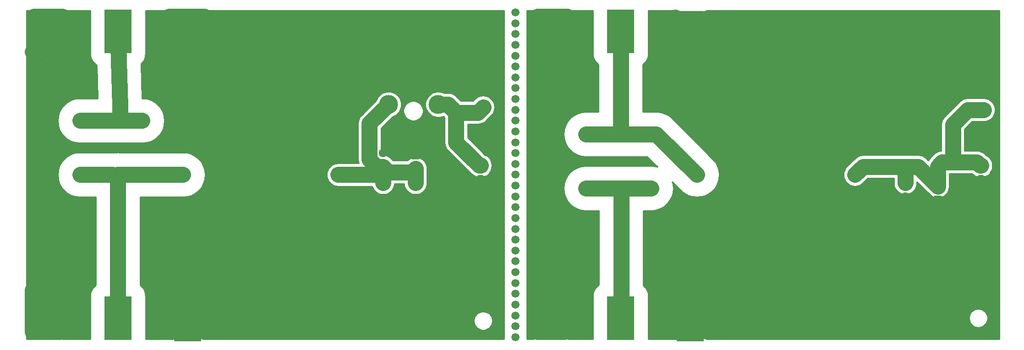
<source format=gbr>
%TF.GenerationSoftware,KiCad,Pcbnew,5.1.8-db9833491~88~ubuntu20.04.1*%
%TF.CreationDate,2020-12-20T11:56:29+01:00*%
%TF.ProjectId,10A-Bias-T,3130412d-4269-4617-932d-542e6b696361,rev?*%
%TF.SameCoordinates,Original*%
%TF.FileFunction,Copper,L1,Top*%
%TF.FilePolarity,Positive*%
%FSLAX46Y46*%
G04 Gerber Fmt 4.6, Leading zero omitted, Abs format (unit mm)*
G04 Created by KiCad (PCBNEW 5.1.8-db9833491~88~ubuntu20.04.1) date 2020-12-20 11:56:29*
%MOMM*%
%LPD*%
G01*
G04 APERTURE LIST*
%TA.AperFunction,SMDPad,CuDef*%
%ADD10C,0.100000*%
%TD*%
%TA.AperFunction,ComponentPad*%
%ADD11C,1.500000*%
%TD*%
%TA.AperFunction,ComponentPad*%
%ADD12C,1.600000*%
%TD*%
%TA.AperFunction,ComponentPad*%
%ADD13R,2.000000X2.000000*%
%TD*%
%TA.AperFunction,ComponentPad*%
%ADD14O,2.000000X2.000000*%
%TD*%
%TA.AperFunction,ComponentPad*%
%ADD15C,3.500000*%
%TD*%
%TA.AperFunction,ComponentPad*%
%ADD16C,2.100000*%
%TD*%
%TA.AperFunction,ComponentPad*%
%ADD17R,2.100000X2.100000*%
%TD*%
%TA.AperFunction,ComponentPad*%
%ADD18C,2.800000*%
%TD*%
%TA.AperFunction,ComponentPad*%
%ADD19R,1.350000X1.350000*%
%TD*%
%TA.AperFunction,ComponentPad*%
%ADD20O,1.350000X1.350000*%
%TD*%
%TA.AperFunction,ComponentPad*%
%ADD21C,2.000000*%
%TD*%
%TA.AperFunction,ViaPad*%
%ADD22C,0.800000*%
%TD*%
%TA.AperFunction,Conductor*%
%ADD23C,3.000000*%
%TD*%
%TA.AperFunction,Conductor*%
%ADD24C,0.254000*%
%TD*%
%TA.AperFunction,Conductor*%
%ADD25C,0.100000*%
%TD*%
G04 APERTURE END LIST*
%TA.AperFunction,SMDPad,CuDef*%
D10*
%TO.P,J3,1*%
%TO.N,/RF+DC*%
G36*
X34000000Y-96550000D02*
G01*
X29000000Y-96550000D01*
X29000000Y-88450000D01*
X34000000Y-88450000D01*
X34000000Y-96550000D01*
G37*
%TD.AperFunction*%
%TA.AperFunction,SMDPad,CuDef*%
%TO.P,J3,2*%
%TO.N,Earth*%
G36*
X21100000Y-96550000D02*
G01*
X16100000Y-96550000D01*
X16100000Y-88450000D01*
X21100000Y-88450000D01*
X21100000Y-96550000D01*
G37*
%TD.AperFunction*%
%TA.AperFunction,SMDPad,CuDef*%
%TO.P,J3,3*%
G36*
X46900000Y-96800000D02*
G01*
X41900000Y-96800000D01*
X41900000Y-88700000D01*
X46900000Y-88700000D01*
X46900000Y-96800000D01*
G37*
%TD.AperFunction*%
%TD*%
D11*
%TO.P,REF\u002A\u002A,1*%
%TO.N,N/C*%
X105000000Y-94000000D03*
%TD*%
%TO.P,REF\u002A\u002A,1*%
%TO.N,N/C*%
X105000000Y-96000000D03*
%TD*%
%TO.P,REF\u002A\u002A,1*%
%TO.N,N/C*%
X105000000Y-92000000D03*
%TD*%
%TO.P,REF\u002A\u002A,1*%
%TO.N,N/C*%
X105000000Y-82000000D03*
%TD*%
%TO.P,REF\u002A\u002A,1*%
%TO.N,N/C*%
X105000000Y-86000000D03*
%TD*%
%TO.P,REF\u002A\u002A,1*%
%TO.N,N/C*%
X105000000Y-88000000D03*
%TD*%
%TO.P,REF\u002A\u002A,1*%
%TO.N,N/C*%
X105000000Y-84000000D03*
%TD*%
%TO.P,REF\u002A\u002A,1*%
%TO.N,N/C*%
X105000000Y-78000000D03*
%TD*%
%TO.P,REF\u002A\u002A,1*%
%TO.N,N/C*%
X105000000Y-90000000D03*
%TD*%
%TO.P,REF\u002A\u002A,1*%
%TO.N,N/C*%
X105000000Y-80000000D03*
%TD*%
%TO.P,REF\u002A\u002A,1*%
%TO.N,N/C*%
X105000000Y-76000000D03*
%TD*%
%TO.P,REF\u002A\u002A,1*%
%TO.N,N/C*%
X105000000Y-74000000D03*
%TD*%
%TO.P,REF\u002A\u002A,1*%
%TO.N,N/C*%
X105000000Y-66000000D03*
%TD*%
%TO.P,REF\u002A\u002A,1*%
%TO.N,N/C*%
X105000000Y-68000000D03*
%TD*%
%TO.P,REF\u002A\u002A,1*%
%TO.N,N/C*%
X105000000Y-70000000D03*
%TD*%
%TO.P,REF\u002A\u002A,1*%
%TO.N,N/C*%
X105000000Y-62000000D03*
%TD*%
%TO.P,REF\u002A\u002A,1*%
%TO.N,N/C*%
X105000000Y-72000000D03*
%TD*%
%TO.P,REF\u002A\u002A,1*%
%TO.N,N/C*%
X105000000Y-58000000D03*
%TD*%
%TO.P,REF\u002A\u002A,1*%
%TO.N,N/C*%
X105000000Y-56000000D03*
%TD*%
%TO.P,REF\u002A\u002A,1*%
%TO.N,N/C*%
X105000000Y-64000000D03*
%TD*%
%TO.P,REF\u002A\u002A,1*%
%TO.N,N/C*%
X105000000Y-60000000D03*
%TD*%
%TO.P,REF\u002A\u002A,1*%
%TO.N,N/C*%
X105000000Y-54000000D03*
%TD*%
%TO.P,REF\u002A\u002A,1*%
%TO.N,N/C*%
X105000000Y-52000000D03*
%TD*%
%TO.P,REF\u002A\u002A,1*%
%TO.N,N/C*%
X105000000Y-50000000D03*
%TD*%
%TO.P,REF\u002A\u002A,1*%
%TO.N,N/C*%
X105000000Y-48000000D03*
%TD*%
%TO.P,REF\u002A\u002A,1*%
%TO.N,N/C*%
X105000000Y-46000000D03*
%TD*%
%TO.P,REF\u002A\u002A,1*%
%TO.N,N/C*%
X105000000Y-44000000D03*
%TD*%
%TO.P,REF\u002A\u002A,1*%
%TO.N,N/C*%
X105000000Y-42000000D03*
%TD*%
%TO.P,REF\u002A\u002A,1*%
%TO.N,N/C*%
X105000000Y-40000000D03*
%TD*%
%TO.P,REF\u002A\u002A,1*%
%TO.N,N/C*%
X105000000Y-38000000D03*
%TD*%
%TO.P,REF\u002A\u002A,1*%
%TO.N,N/C*%
X105000000Y-36000000D03*
%TD*%
D12*
%TO.P,C4,2*%
%TO.N,Earth*%
X80500000Y-72500000D03*
%TO.P,C4,1*%
%TO.N,/DC+*%
X80500000Y-67500000D03*
%TD*%
%TO.P,C5,1*%
%TO.N,/DC+*%
X80500000Y-64500000D03*
%TO.P,C5,2*%
%TO.N,Earth*%
X80500000Y-62000000D03*
%TD*%
%TO.P,C6,1*%
%TO.N,/DC+*%
X86500000Y-67500000D03*
%TO.P,C6,2*%
%TO.N,Earth*%
X86500000Y-72500000D03*
%TD*%
%TO.P,C10,1*%
%TO.N,/DC+2*%
X177000000Y-64500000D03*
%TO.P,C10,2*%
%TO.N,GND*%
X177000000Y-59500000D03*
%TD*%
%TO.P,C11,1*%
%TO.N,/DC+2*%
X177000000Y-67500000D03*
%TO.P,C11,2*%
%TO.N,GND*%
X177000000Y-70000000D03*
%TD*%
%TO.P,C12,2*%
%TO.N,GND*%
X183000000Y-59500000D03*
%TO.P,C12,1*%
%TO.N,/DC+2*%
X183000000Y-64500000D03*
%TD*%
D13*
%TO.P,D1,1*%
%TO.N,Net-(D1-Pad1)*%
X99000000Y-53500000D03*
D14*
%TO.P,D1,2*%
%TO.N,Earth*%
X99000000Y-58580000D03*
%TD*%
%TO.P,D2,2*%
%TO.N,GND*%
X191500000Y-59080000D03*
D13*
%TO.P,D2,1*%
%TO.N,/DC+2*%
X191500000Y-54000000D03*
%TD*%
D15*
%TO.P,F1,1*%
%TO.N,/DC+*%
X81500000Y-53000000D03*
%TO.P,F1,2*%
%TO.N,Net-(D1-Pad1)*%
X90700000Y-53000000D03*
%TD*%
%TA.AperFunction,SMDPad,CuDef*%
D10*
%TO.P,J1,3*%
%TO.N,Earth*%
G36*
X46900000Y-43800000D02*
G01*
X41900000Y-43800000D01*
X41900000Y-35700000D01*
X46900000Y-35700000D01*
X46900000Y-43800000D01*
G37*
%TD.AperFunction*%
%TA.AperFunction,SMDPad,CuDef*%
%TO.P,J1,2*%
G36*
X21100000Y-43550000D02*
G01*
X16100000Y-43550000D01*
X16100000Y-35450000D01*
X21100000Y-35450000D01*
X21100000Y-43550000D01*
G37*
%TD.AperFunction*%
%TA.AperFunction,SMDPad,CuDef*%
%TO.P,J1,1*%
%TO.N,/RF*%
G36*
X34000000Y-43550000D02*
G01*
X29000000Y-43550000D01*
X29000000Y-35450000D01*
X34000000Y-35450000D01*
X34000000Y-43550000D01*
G37*
%TD.AperFunction*%
%TD*%
D16*
%TO.P,J2,2*%
%TO.N,Earth*%
X98500000Y-67040000D03*
D17*
%TO.P,J2,1*%
%TO.N,Net-(D1-Pad1)*%
X98500000Y-64500000D03*
%TD*%
%TA.AperFunction,SMDPad,CuDef*%
D10*
%TO.P,J4,3*%
%TO.N,GND*%
G36*
X139800000Y-43800000D02*
G01*
X134800000Y-43800000D01*
X134800000Y-35700000D01*
X139800000Y-35700000D01*
X139800000Y-43800000D01*
G37*
%TD.AperFunction*%
%TA.AperFunction,SMDPad,CuDef*%
%TO.P,J4,2*%
G36*
X114000000Y-43550000D02*
G01*
X109000000Y-43550000D01*
X109000000Y-35450000D01*
X114000000Y-35450000D01*
X114000000Y-43550000D01*
G37*
%TD.AperFunction*%
%TA.AperFunction,SMDPad,CuDef*%
%TO.P,J4,1*%
%TO.N,/RF+DC2*%
G36*
X126900000Y-43550000D02*
G01*
X121900000Y-43550000D01*
X121900000Y-35450000D01*
X126900000Y-35450000D01*
X126900000Y-43550000D01*
G37*
%TD.AperFunction*%
%TD*%
D17*
%TO.P,J5,1*%
%TO.N,/DC+2*%
X191000000Y-64500000D03*
D16*
%TO.P,J5,2*%
%TO.N,GND*%
X191000000Y-67040000D03*
%TD*%
%TA.AperFunction,SMDPad,CuDef*%
D10*
%TO.P,J6,1*%
%TO.N,/RF2*%
G36*
X126900000Y-96550000D02*
G01*
X121900000Y-96550000D01*
X121900000Y-88450000D01*
X126900000Y-88450000D01*
X126900000Y-96550000D01*
G37*
%TD.AperFunction*%
%TA.AperFunction,SMDPad,CuDef*%
%TO.P,J6,2*%
%TO.N,GND*%
G36*
X114000000Y-96550000D02*
G01*
X109000000Y-96550000D01*
X109000000Y-88450000D01*
X114000000Y-88450000D01*
X114000000Y-96550000D01*
G37*
%TD.AperFunction*%
%TA.AperFunction,SMDPad,CuDef*%
%TO.P,J6,3*%
G36*
X139800000Y-96800000D02*
G01*
X134800000Y-96800000D01*
X134800000Y-88700000D01*
X139800000Y-88700000D01*
X139800000Y-96800000D01*
G37*
%TD.AperFunction*%
%TD*%
D18*
%TO.P,L1,1*%
%TO.N,/RF+DC*%
X43500000Y-66000000D03*
%TO.P,L1,2*%
%TO.N,/DC+*%
X72710000Y-66000000D03*
%TD*%
%TO.P,L2,2*%
%TO.N,/DC+2*%
X167710000Y-66000000D03*
%TO.P,L2,1*%
%TO.N,/RF+DC2*%
X138500000Y-66000000D03*
%TD*%
D19*
%TO.P,LA1,1*%
%TO.N,Earth*%
X86500000Y-62500000D03*
D20*
%TO.P,LA1,2*%
%TO.N,/DC+*%
X86500000Y-64500000D03*
%TD*%
%TO.P,LA2,2*%
%TO.N,/DC+2*%
X183000000Y-68500000D03*
D19*
%TO.P,LA2,1*%
%TO.N,GND*%
X183000000Y-70500000D03*
%TD*%
D21*
%TO.P,C1,1*%
%TO.N,/RF+DC*%
X24500000Y-66000000D03*
%TO.P,C1,2*%
%TO.N,/RF*%
X24500000Y-56000000D03*
%TD*%
%TO.P,C2,1*%
%TO.N,/RF+DC*%
X30500000Y-66000000D03*
%TO.P,C2,2*%
%TO.N,/RF*%
X30500000Y-56000000D03*
%TD*%
%TO.P,C3,2*%
%TO.N,/RF*%
X36000000Y-56000000D03*
%TO.P,C3,1*%
%TO.N,/RF+DC*%
X36000000Y-66000000D03*
%TD*%
%TO.P,C7,1*%
%TO.N,/RF2*%
X124500000Y-68500000D03*
%TO.P,C7,2*%
%TO.N,/RF+DC2*%
X124500000Y-58500000D03*
%TD*%
%TO.P,C8,2*%
%TO.N,/RF+DC2*%
X118000000Y-58500000D03*
%TO.P,C8,1*%
%TO.N,/RF2*%
X118000000Y-68500000D03*
%TD*%
%TO.P,C9,2*%
%TO.N,/RF+DC2*%
X130000000Y-58500000D03*
%TO.P,C9,1*%
%TO.N,/RF2*%
X130000000Y-68500000D03*
%TD*%
D22*
%TO.N,GND*%
X110500000Y-66000000D03*
X110500000Y-64500000D03*
X110500000Y-67500000D03*
X110500000Y-69000000D03*
X110500000Y-63000000D03*
X111500000Y-48500000D03*
X111500000Y-50000000D03*
X111500000Y-47000000D03*
X111500000Y-45500000D03*
X111500000Y-51500000D03*
X111500000Y-83500000D03*
X111500000Y-85000000D03*
X111500000Y-82000000D03*
X111500000Y-80500000D03*
X111500000Y-86500000D03*
%TO.N,Earth*%
X16500000Y-66000000D03*
X16500000Y-64500000D03*
X16500000Y-67500000D03*
X16500000Y-69000000D03*
X16500000Y-63000000D03*
X18500000Y-45500000D03*
X18500000Y-47000000D03*
X18500000Y-50000000D03*
X18500000Y-51500000D03*
X18500000Y-48500000D03*
X19000000Y-80580000D03*
X19000000Y-82080000D03*
X19000000Y-85080000D03*
X19000000Y-86580000D03*
X19000000Y-83580000D03*
%TD*%
D23*
%TO.N,GND*%
X109000000Y-90000000D02*
X109000000Y-88000000D01*
X109000000Y-88000000D02*
X114000000Y-88000000D01*
X114000000Y-88000000D02*
X114000000Y-94500000D01*
X111500000Y-92500000D02*
X114000000Y-95000000D01*
X111500000Y-92500000D02*
X109000000Y-90000000D01*
X111500000Y-92500000D02*
X109000000Y-95000000D01*
X108500000Y-92500000D02*
X111500000Y-92500000D01*
X109000000Y-42000000D02*
X111500000Y-39500000D01*
X114500000Y-36725010D02*
X109000000Y-36725010D01*
X114500000Y-43500000D02*
X114500000Y-36725010D01*
X109500000Y-43500000D02*
X114500000Y-43500000D01*
X111500000Y-41500000D02*
X109500000Y-43500000D01*
X109000000Y-36725010D02*
X109000000Y-42000000D01*
X111500000Y-39500000D02*
X111500000Y-41500000D01*
X137300000Y-39750000D02*
X134500000Y-36950000D01*
X134500000Y-36950000D02*
X134500000Y-44000000D01*
X134500000Y-44000000D02*
X139500000Y-44000000D01*
X139500000Y-44000000D02*
X140500000Y-43000000D01*
X140500000Y-43000000D02*
X140500000Y-37000000D01*
X137300000Y-93800000D02*
X138774990Y-95274990D01*
X137300000Y-92750000D02*
X137300000Y-93800000D01*
X138774990Y-95274990D02*
X138774990Y-89725010D01*
X138774990Y-89725010D02*
X140000000Y-88500000D01*
X140000000Y-88500000D02*
X134500000Y-88500000D01*
X134500000Y-88500000D02*
X134500000Y-95000000D01*
X137300000Y-92750000D02*
X138250000Y-92750000D01*
X138250000Y-92750000D02*
X140500000Y-90500000D01*
X140500000Y-90500000D02*
X140500000Y-95000000D01*
%TO.N,Net-(D1-Pad1)*%
X98000000Y-54500000D02*
X99000000Y-53500000D01*
X98289999Y-64289999D02*
X98500000Y-64289999D01*
X94000000Y-60000000D02*
X98289999Y-64289999D01*
X94000000Y-54500000D02*
X94000000Y-60000000D01*
X94000000Y-54500000D02*
X98000000Y-54500000D01*
X92500000Y-53000000D02*
X94000000Y-54500000D01*
X90700000Y-53000000D02*
X92500000Y-53000000D01*
%TO.N,Earth*%
X39750000Y-92750000D02*
X44400000Y-92750000D01*
X50750000Y-92750000D02*
X44400000Y-92750000D01*
X18600000Y-80980000D02*
X19000000Y-80580000D01*
X18600000Y-92500000D02*
X18600000Y-80980000D01*
X19000000Y-80580000D02*
X19000000Y-86000000D01*
X44400000Y-87600000D02*
X43400000Y-87600000D01*
X44400000Y-86100000D02*
X44400000Y-87600000D01*
X44400000Y-87600000D02*
X44400000Y-92750000D01*
X43400000Y-87600000D02*
X41500000Y-89500000D01*
X41500000Y-89500000D02*
X41500000Y-95000000D01*
X41500000Y-95000000D02*
X41500000Y-93500000D01*
X41500000Y-93500000D02*
X46500000Y-88500000D01*
X46500000Y-88500000D02*
X47500000Y-89500000D01*
X47500000Y-89500000D02*
X47500000Y-95000000D01*
X47500000Y-95000000D02*
X47500000Y-86000000D01*
X49000010Y-84499990D02*
X49000010Y-46000010D01*
X47500000Y-86000000D02*
X49000010Y-84499990D01*
X49000010Y-46000010D02*
X47000000Y-44000000D01*
X47000000Y-44000000D02*
X47500000Y-43500000D01*
X47500000Y-43500000D02*
X47500000Y-36725010D01*
X47500000Y-36725010D02*
X41000000Y-36725010D01*
X44400000Y-39750000D02*
X42750000Y-39750000D01*
X42750000Y-39750000D02*
X41500000Y-38500000D01*
X41500000Y-38500000D02*
X42000000Y-39000000D01*
X42000000Y-39000000D02*
X42000000Y-43500000D01*
X42000000Y-43500000D02*
X44500000Y-43500000D01*
X18600000Y-39500000D02*
X18600000Y-50600000D01*
X18600000Y-41600000D02*
X20500000Y-43500000D01*
X18600000Y-39500000D02*
X18600000Y-41600000D01*
X20500000Y-43500000D02*
X20500000Y-38000000D01*
X20500000Y-38000000D02*
X21500000Y-37000000D01*
X21500000Y-37000000D02*
X21225010Y-36725010D01*
X21225010Y-36725010D02*
X16000000Y-36725010D01*
X16000000Y-36725010D02*
X16000000Y-43000000D01*
X15725010Y-43274990D02*
X16000000Y-43000000D01*
X19500000Y-86500000D02*
X16500000Y-86500000D01*
X19000000Y-86000000D02*
X19500000Y-86500000D01*
X16500000Y-86500000D02*
X15725010Y-87274990D01*
X15725010Y-87274990D02*
X15725010Y-95000000D01*
X18500000Y-95000000D02*
X21500000Y-92000000D01*
X15725010Y-95000000D02*
X18500000Y-95000000D01*
X21500000Y-92000000D02*
X21500000Y-95000000D01*
X23325010Y-89244057D02*
X22255943Y-88174990D01*
X22255943Y-88174990D02*
X20744057Y-88174990D01*
X23325010Y-90930933D02*
X23325010Y-89244057D01*
X22255943Y-92000000D02*
X23325010Y-90930933D01*
X21500000Y-92000000D02*
X22255943Y-92000000D01*
X21100000Y-90000000D02*
X18600000Y-92500000D01*
%TO.N,/RF*%
X30500000Y-56000000D02*
X24500000Y-56000000D01*
X32000000Y-56000000D02*
X31500000Y-39500000D01*
X36000000Y-56000000D02*
X30500000Y-56000000D01*
%TO.N,/RF+DC*%
X31500000Y-66000000D02*
X31500000Y-92500000D01*
X43500000Y-66000000D02*
X31500000Y-66000000D01*
X24500000Y-66000000D02*
X30500000Y-66000000D01*
%TO.N,/DC+*%
X79000000Y-66000000D02*
X80500000Y-64500000D01*
X72210000Y-66000000D02*
X79000000Y-66000000D01*
X80500000Y-64500000D02*
X80500000Y-67500000D01*
X80500000Y-64500000D02*
X81500000Y-65500000D01*
X81500000Y-65500000D02*
X86500000Y-65500000D01*
X86500000Y-65500000D02*
X86500000Y-64875001D01*
X86500000Y-67500000D02*
X86500000Y-65500000D01*
X79299999Y-64500001D02*
X80500000Y-64500000D01*
X77999999Y-63200001D02*
X79299999Y-64500001D01*
X77999999Y-56500001D02*
X77999999Y-63200001D01*
X81500000Y-53000000D02*
X77999999Y-56500001D01*
%TO.N,/RF2*%
X124500000Y-92400000D02*
X124400000Y-92500000D01*
X124500000Y-68500000D02*
X124500000Y-92400000D01*
X130000000Y-68500000D02*
X124500000Y-68500000D01*
X124500000Y-68500000D02*
X118000000Y-68500000D01*
%TO.N,/RF+DC2*%
X124400000Y-58400000D02*
X124500000Y-58500000D01*
X124400000Y-39500000D02*
X124400000Y-58400000D01*
X124500000Y-58500000D02*
X129000000Y-58500000D01*
X131000000Y-58500000D02*
X138500000Y-66000000D01*
X129000000Y-58500000D02*
X131000000Y-58500000D01*
X118000000Y-58500000D02*
X124500000Y-58500000D01*
%TO.N,/DC+2*%
X177000000Y-64500000D02*
X177000000Y-67500000D01*
X183000000Y-64500000D02*
X183000000Y-68124999D01*
X169210000Y-64500000D02*
X167710000Y-66000000D01*
X177000000Y-64500000D02*
X169210000Y-64500000D01*
X179375001Y-64500000D02*
X183000000Y-68124999D01*
X177000000Y-64500000D02*
X179375001Y-64500000D01*
X190789999Y-64289999D02*
X191000000Y-64289999D01*
X190200001Y-63700001D02*
X190789999Y-64289999D01*
X183000000Y-64500000D02*
X183799999Y-63700001D01*
X188299999Y-63700001D02*
X189379999Y-63700001D01*
X188299999Y-63700001D02*
X190200001Y-63700001D01*
X191500000Y-54000000D02*
X188500000Y-54000000D01*
X185799999Y-56700001D02*
X185799999Y-63700001D01*
X188500000Y-54000000D02*
X185799999Y-56700001D01*
X185799999Y-63700001D02*
X188299999Y-63700001D01*
X183799999Y-63700001D02*
X185799999Y-63700001D01*
%TD*%
D24*
%TO.N,Earth*%
X15461928Y-43550000D02*
X15474188Y-43674482D01*
X15510498Y-43794180D01*
X15569463Y-43904494D01*
X15648815Y-44001185D01*
X15745506Y-44080537D01*
X15855820Y-44139502D01*
X15975518Y-44175812D01*
X16100000Y-44188072D01*
X21100000Y-44188072D01*
X21224482Y-44175812D01*
X21344180Y-44139502D01*
X21454494Y-44080537D01*
X21551185Y-44001185D01*
X21630537Y-43904494D01*
X21689502Y-43794180D01*
X21725812Y-43674482D01*
X21738072Y-43550000D01*
X21738072Y-35660000D01*
X26360289Y-35660000D01*
X26360289Y-43550000D01*
X26411010Y-44064982D01*
X26561225Y-44560174D01*
X26805161Y-45016545D01*
X27133442Y-45416558D01*
X27533455Y-45744839D01*
X27560786Y-45759448D01*
X27746046Y-51873000D01*
X24297262Y-51873000D01*
X23690967Y-51932715D01*
X22913024Y-52168701D01*
X22196068Y-52551922D01*
X21567651Y-53067651D01*
X21051922Y-53696068D01*
X20668701Y-54413024D01*
X20432715Y-55190967D01*
X20353032Y-56000000D01*
X20432715Y-56809033D01*
X20668701Y-57586976D01*
X21051922Y-58303932D01*
X21567651Y-58932349D01*
X22196068Y-59448078D01*
X22913024Y-59831299D01*
X23690967Y-60067285D01*
X24297262Y-60127000D01*
X31859893Y-60127000D01*
X32125608Y-60145065D01*
X32265450Y-60127000D01*
X36202738Y-60127000D01*
X36809033Y-60067285D01*
X37586976Y-59831299D01*
X38303932Y-59448078D01*
X38932349Y-58932349D01*
X39448078Y-58303932D01*
X39831299Y-57586976D01*
X40067285Y-56809033D01*
X40146968Y-56000000D01*
X40067285Y-55190967D01*
X39831299Y-54413024D01*
X39448078Y-53696068D01*
X38932349Y-53067651D01*
X38303932Y-52551922D01*
X37586976Y-52168701D01*
X36809033Y-51932715D01*
X36202738Y-51873000D01*
X36003834Y-51873000D01*
X35809600Y-45463302D01*
X35866558Y-45416558D01*
X36194839Y-45016545D01*
X36438775Y-44560174D01*
X36588990Y-44064982D01*
X36639711Y-43550000D01*
X36639711Y-35660000D01*
X41265868Y-35660000D01*
X41261928Y-35700000D01*
X41261928Y-43800000D01*
X41274188Y-43924482D01*
X41310498Y-44044180D01*
X41369463Y-44154494D01*
X41448815Y-44251185D01*
X41545506Y-44330537D01*
X41655820Y-44389502D01*
X41775518Y-44425812D01*
X41900000Y-44438072D01*
X46900000Y-44438072D01*
X47024482Y-44425812D01*
X47144180Y-44389502D01*
X47254494Y-44330537D01*
X47351185Y-44251185D01*
X47430537Y-44154494D01*
X47489502Y-44044180D01*
X47525812Y-43924482D01*
X47538072Y-43800000D01*
X47538072Y-35700000D01*
X47534132Y-35660000D01*
X102873000Y-35660000D01*
X102873000Y-96340000D01*
X47538072Y-96340000D01*
X47538072Y-92829117D01*
X97265000Y-92829117D01*
X97265000Y-93170883D01*
X97331675Y-93506081D01*
X97462463Y-93821831D01*
X97652337Y-94105998D01*
X97894002Y-94347663D01*
X98178169Y-94537537D01*
X98493919Y-94668325D01*
X98829117Y-94735000D01*
X99170883Y-94735000D01*
X99506081Y-94668325D01*
X99821831Y-94537537D01*
X100105998Y-94347663D01*
X100347663Y-94105998D01*
X100537537Y-93821831D01*
X100668325Y-93506081D01*
X100735000Y-93170883D01*
X100735000Y-92829117D01*
X100668325Y-92493919D01*
X100537537Y-92178169D01*
X100347663Y-91894002D01*
X100105998Y-91652337D01*
X99821831Y-91462463D01*
X99506081Y-91331675D01*
X99170883Y-91265000D01*
X98829117Y-91265000D01*
X98493919Y-91331675D01*
X98178169Y-91462463D01*
X97894002Y-91652337D01*
X97652337Y-91894002D01*
X97462463Y-92178169D01*
X97331675Y-92493919D01*
X97265000Y-92829117D01*
X47538072Y-92829117D01*
X47538072Y-88700000D01*
X47525812Y-88575518D01*
X47489502Y-88455820D01*
X47430537Y-88345506D01*
X47351185Y-88248815D01*
X47254494Y-88169463D01*
X47144180Y-88110498D01*
X47024482Y-88074188D01*
X46900000Y-88061928D01*
X41900000Y-88061928D01*
X41775518Y-88074188D01*
X41655820Y-88110498D01*
X41545506Y-88169463D01*
X41448815Y-88248815D01*
X41369463Y-88345506D01*
X41310498Y-88455820D01*
X41274188Y-88575518D01*
X41261928Y-88700000D01*
X41261928Y-96340000D01*
X36639711Y-96340000D01*
X36639711Y-88450000D01*
X36588990Y-87935018D01*
X36438775Y-87439826D01*
X36194839Y-86983455D01*
X35866558Y-86583442D01*
X35627000Y-86386843D01*
X35627000Y-70127000D01*
X43702738Y-70127000D01*
X44309033Y-70067285D01*
X45086976Y-69831299D01*
X45803932Y-69448078D01*
X46432349Y-68932349D01*
X46948078Y-68303932D01*
X47331299Y-67586976D01*
X47567285Y-66809033D01*
X47646968Y-66000000D01*
X70064670Y-66000000D01*
X70105892Y-66418533D01*
X70227974Y-66820982D01*
X70426223Y-67191881D01*
X70693023Y-67516977D01*
X71018119Y-67783777D01*
X71389018Y-67982026D01*
X71791467Y-68104108D01*
X72105118Y-68135000D01*
X78461557Y-68135000D01*
X78517975Y-68320982D01*
X78716224Y-68691881D01*
X78983024Y-69016977D01*
X79308120Y-69283777D01*
X79679019Y-69482026D01*
X80081468Y-69604108D01*
X80500000Y-69645330D01*
X80918533Y-69604108D01*
X81320982Y-69482026D01*
X81691881Y-69283777D01*
X82016977Y-69016977D01*
X82283777Y-68691881D01*
X82482026Y-68320982D01*
X82604108Y-67918533D01*
X82632034Y-67635000D01*
X84367966Y-67635000D01*
X84395892Y-67918532D01*
X84517974Y-68320981D01*
X84716223Y-68691881D01*
X84983023Y-69016977D01*
X85308119Y-69283777D01*
X85679018Y-69482026D01*
X86081467Y-69604108D01*
X86500000Y-69645330D01*
X86918532Y-69604108D01*
X87320981Y-69482026D01*
X87691881Y-69283777D01*
X88016977Y-69016977D01*
X88283777Y-68691881D01*
X88482026Y-68320982D01*
X88604108Y-67918533D01*
X88635000Y-67604882D01*
X88635000Y-65604881D01*
X88645330Y-65500000D01*
X88635000Y-65395118D01*
X88635000Y-64770120D01*
X88604108Y-64456469D01*
X88482026Y-64054020D01*
X88283777Y-63683120D01*
X88016977Y-63358024D01*
X87691881Y-63091224D01*
X87320982Y-62892975D01*
X86918533Y-62770893D01*
X86500000Y-62729671D01*
X86081468Y-62770893D01*
X85679019Y-62892975D01*
X85308120Y-63091224D01*
X84983024Y-63358024D01*
X84977299Y-63365000D01*
X82384345Y-63365000D01*
X82083837Y-63064492D01*
X82016977Y-62983023D01*
X81691881Y-62716223D01*
X81320981Y-62517974D01*
X80918532Y-62395892D01*
X80500000Y-62354670D01*
X80395115Y-62365000D01*
X80184344Y-62365001D01*
X80134999Y-62315656D01*
X80134999Y-57384346D01*
X82247440Y-55271906D01*
X82629721Y-55113560D01*
X83020349Y-54852550D01*
X83352550Y-54520349D01*
X83613560Y-54129721D01*
X83659311Y-54019268D01*
X84265000Y-54019268D01*
X84265000Y-54380732D01*
X84335518Y-54735250D01*
X84473844Y-55069199D01*
X84674662Y-55369744D01*
X84930256Y-55625338D01*
X85230801Y-55826156D01*
X85564750Y-55964482D01*
X85919268Y-56035000D01*
X86280732Y-56035000D01*
X86635250Y-55964482D01*
X86969199Y-55826156D01*
X87269744Y-55625338D01*
X87525338Y-55369744D01*
X87726156Y-55069199D01*
X87864482Y-54735250D01*
X87935000Y-54380732D01*
X87935000Y-54019268D01*
X87864482Y-53664750D01*
X87726156Y-53330801D01*
X87525338Y-53030256D01*
X87269744Y-52774662D01*
X87255431Y-52765098D01*
X88315000Y-52765098D01*
X88315000Y-53234902D01*
X88406654Y-53695679D01*
X88586440Y-54129721D01*
X88847450Y-54520349D01*
X89179651Y-54852550D01*
X89570279Y-55113560D01*
X90004321Y-55293346D01*
X90465098Y-55385000D01*
X90934902Y-55385000D01*
X91395679Y-55293346D01*
X91663193Y-55182538D01*
X91865000Y-55384346D01*
X91865001Y-59895118D01*
X91854671Y-60000000D01*
X91895893Y-60418533D01*
X92017975Y-60820982D01*
X92216224Y-61191881D01*
X92416165Y-61435510D01*
X92416168Y-61435513D01*
X92483024Y-61516977D01*
X92564487Y-61583832D01*
X96706166Y-65725512D01*
X96773022Y-65806976D01*
X96854486Y-65873832D01*
X96854488Y-65873834D01*
X96929642Y-65935511D01*
X96976431Y-65973910D01*
X96998815Y-66001185D01*
X97095506Y-66080537D01*
X97205820Y-66139502D01*
X97241112Y-66150208D01*
X97469017Y-66272025D01*
X97871465Y-66394107D01*
X97909000Y-66397804D01*
X98185117Y-66424999D01*
X98185124Y-66424999D01*
X98289999Y-66435328D01*
X98394873Y-66424999D01*
X98604882Y-66424999D01*
X98918533Y-66394107D01*
X99320982Y-66272025D01*
X99478048Y-66188072D01*
X99550000Y-66188072D01*
X99674482Y-66175812D01*
X99794180Y-66139502D01*
X99904494Y-66080537D01*
X100001185Y-66001185D01*
X100080537Y-65904494D01*
X100139502Y-65794180D01*
X100175812Y-65674482D01*
X100182644Y-65605110D01*
X100283777Y-65481880D01*
X100482026Y-65110981D01*
X100604108Y-64708532D01*
X100645330Y-64289999D01*
X100604108Y-63871466D01*
X100482026Y-63469017D01*
X100283777Y-63098118D01*
X100016977Y-62773022D01*
X99691881Y-62506222D01*
X99334595Y-62315249D01*
X96135000Y-59115655D01*
X96135000Y-56635000D01*
X97895128Y-56635000D01*
X98000000Y-56645329D01*
X98104872Y-56635000D01*
X98104882Y-56635000D01*
X98418533Y-56604108D01*
X98820982Y-56482026D01*
X99191881Y-56283777D01*
X99516977Y-56016977D01*
X99583837Y-55935508D01*
X100583836Y-54935509D01*
X100783776Y-54691881D01*
X100982026Y-54320982D01*
X101104108Y-53918534D01*
X101145329Y-53500000D01*
X101104108Y-53081467D01*
X100982026Y-52679018D01*
X100783776Y-52308119D01*
X100516977Y-51983023D01*
X100191881Y-51716224D01*
X99820982Y-51517974D01*
X99418533Y-51395892D01*
X99000000Y-51354671D01*
X98581466Y-51395892D01*
X98179018Y-51517974D01*
X97808119Y-51716224D01*
X97564491Y-51916164D01*
X97115655Y-52365000D01*
X94884346Y-52365000D01*
X94083837Y-51564492D01*
X94016977Y-51483023D01*
X93691881Y-51216223D01*
X93320982Y-51017974D01*
X92918533Y-50895892D01*
X92604882Y-50865000D01*
X92604872Y-50865000D01*
X92500000Y-50854671D01*
X92395128Y-50865000D01*
X91777960Y-50865000D01*
X91395679Y-50706654D01*
X90934902Y-50615000D01*
X90465098Y-50615000D01*
X90004321Y-50706654D01*
X89570279Y-50886440D01*
X89179651Y-51147450D01*
X88847450Y-51479651D01*
X88586440Y-51870279D01*
X88406654Y-52304321D01*
X88315000Y-52765098D01*
X87255431Y-52765098D01*
X86969199Y-52573844D01*
X86635250Y-52435518D01*
X86280732Y-52365000D01*
X85919268Y-52365000D01*
X85564750Y-52435518D01*
X85230801Y-52573844D01*
X84930256Y-52774662D01*
X84674662Y-53030256D01*
X84473844Y-53330801D01*
X84335518Y-53664750D01*
X84265000Y-54019268D01*
X83659311Y-54019268D01*
X83793346Y-53695679D01*
X83885000Y-53234902D01*
X83885000Y-52765098D01*
X83793346Y-52304321D01*
X83613560Y-51870279D01*
X83352550Y-51479651D01*
X83020349Y-51147450D01*
X82629721Y-50886440D01*
X82195679Y-50706654D01*
X81734902Y-50615000D01*
X81265098Y-50615000D01*
X80804321Y-50706654D01*
X80370279Y-50886440D01*
X79979651Y-51147450D01*
X79647450Y-51479651D01*
X79386440Y-51870279D01*
X79228094Y-52252560D01*
X76564491Y-54916164D01*
X76483022Y-54983024D01*
X76216222Y-55308120D01*
X76017973Y-55679020D01*
X75895891Y-56081469D01*
X75864999Y-56395120D01*
X75864999Y-56395129D01*
X75854670Y-56500001D01*
X75864999Y-56604873D01*
X75865000Y-63095119D01*
X75854670Y-63200001D01*
X75895892Y-63618534D01*
X75970657Y-63865000D01*
X72105118Y-63865000D01*
X71791467Y-63895892D01*
X71389018Y-64017974D01*
X71018119Y-64216223D01*
X70693023Y-64483023D01*
X70426223Y-64808119D01*
X70227974Y-65179018D01*
X70105892Y-65581467D01*
X70064670Y-66000000D01*
X47646968Y-66000000D01*
X47567285Y-65190967D01*
X47331299Y-64413024D01*
X46948078Y-63696068D01*
X46432349Y-63067651D01*
X45803932Y-62551922D01*
X45086976Y-62168701D01*
X44309033Y-61932715D01*
X43702738Y-61873000D01*
X31702738Y-61873000D01*
X31500000Y-61853032D01*
X31297262Y-61873000D01*
X31000000Y-61902278D01*
X30702738Y-61873000D01*
X24297262Y-61873000D01*
X23690967Y-61932715D01*
X22913024Y-62168701D01*
X22196068Y-62551922D01*
X21567651Y-63067651D01*
X21051922Y-63696068D01*
X20668701Y-64413024D01*
X20432715Y-65190967D01*
X20353032Y-66000000D01*
X20432715Y-66809033D01*
X20668701Y-67586976D01*
X21051922Y-68303932D01*
X21567651Y-68932349D01*
X22196068Y-69448078D01*
X22913024Y-69831299D01*
X23690967Y-70067285D01*
X24297262Y-70127000D01*
X27373000Y-70127000D01*
X27373001Y-86386842D01*
X27133442Y-86583442D01*
X26805161Y-86983455D01*
X26561225Y-87439826D01*
X26411010Y-87935018D01*
X26360289Y-88450000D01*
X26360289Y-96340000D01*
X21738072Y-96340000D01*
X21738072Y-88450000D01*
X21725812Y-88325518D01*
X21689502Y-88205820D01*
X21630537Y-88095506D01*
X21551185Y-87998815D01*
X21454494Y-87919463D01*
X21344180Y-87860498D01*
X21224482Y-87824188D01*
X21100000Y-87811928D01*
X16100000Y-87811928D01*
X15975518Y-87824188D01*
X15855820Y-87860498D01*
X15745506Y-87919463D01*
X15648815Y-87998815D01*
X15569463Y-88095506D01*
X15510498Y-88205820D01*
X15474188Y-88325518D01*
X15461928Y-88450000D01*
X15461928Y-96340000D01*
X14660000Y-96340000D01*
X14660000Y-35660000D01*
X15461928Y-35660000D01*
X15461928Y-43550000D01*
%TA.AperFunction,Conductor*%
D25*
G36*
X15461928Y-43550000D02*
G01*
X15474188Y-43674482D01*
X15510498Y-43794180D01*
X15569463Y-43904494D01*
X15648815Y-44001185D01*
X15745506Y-44080537D01*
X15855820Y-44139502D01*
X15975518Y-44175812D01*
X16100000Y-44188072D01*
X21100000Y-44188072D01*
X21224482Y-44175812D01*
X21344180Y-44139502D01*
X21454494Y-44080537D01*
X21551185Y-44001185D01*
X21630537Y-43904494D01*
X21689502Y-43794180D01*
X21725812Y-43674482D01*
X21738072Y-43550000D01*
X21738072Y-35660000D01*
X26360289Y-35660000D01*
X26360289Y-43550000D01*
X26411010Y-44064982D01*
X26561225Y-44560174D01*
X26805161Y-45016545D01*
X27133442Y-45416558D01*
X27533455Y-45744839D01*
X27560786Y-45759448D01*
X27746046Y-51873000D01*
X24297262Y-51873000D01*
X23690967Y-51932715D01*
X22913024Y-52168701D01*
X22196068Y-52551922D01*
X21567651Y-53067651D01*
X21051922Y-53696068D01*
X20668701Y-54413024D01*
X20432715Y-55190967D01*
X20353032Y-56000000D01*
X20432715Y-56809033D01*
X20668701Y-57586976D01*
X21051922Y-58303932D01*
X21567651Y-58932349D01*
X22196068Y-59448078D01*
X22913024Y-59831299D01*
X23690967Y-60067285D01*
X24297262Y-60127000D01*
X31859893Y-60127000D01*
X32125608Y-60145065D01*
X32265450Y-60127000D01*
X36202738Y-60127000D01*
X36809033Y-60067285D01*
X37586976Y-59831299D01*
X38303932Y-59448078D01*
X38932349Y-58932349D01*
X39448078Y-58303932D01*
X39831299Y-57586976D01*
X40067285Y-56809033D01*
X40146968Y-56000000D01*
X40067285Y-55190967D01*
X39831299Y-54413024D01*
X39448078Y-53696068D01*
X38932349Y-53067651D01*
X38303932Y-52551922D01*
X37586976Y-52168701D01*
X36809033Y-51932715D01*
X36202738Y-51873000D01*
X36003834Y-51873000D01*
X35809600Y-45463302D01*
X35866558Y-45416558D01*
X36194839Y-45016545D01*
X36438775Y-44560174D01*
X36588990Y-44064982D01*
X36639711Y-43550000D01*
X36639711Y-35660000D01*
X41265868Y-35660000D01*
X41261928Y-35700000D01*
X41261928Y-43800000D01*
X41274188Y-43924482D01*
X41310498Y-44044180D01*
X41369463Y-44154494D01*
X41448815Y-44251185D01*
X41545506Y-44330537D01*
X41655820Y-44389502D01*
X41775518Y-44425812D01*
X41900000Y-44438072D01*
X46900000Y-44438072D01*
X47024482Y-44425812D01*
X47144180Y-44389502D01*
X47254494Y-44330537D01*
X47351185Y-44251185D01*
X47430537Y-44154494D01*
X47489502Y-44044180D01*
X47525812Y-43924482D01*
X47538072Y-43800000D01*
X47538072Y-35700000D01*
X47534132Y-35660000D01*
X102873000Y-35660000D01*
X102873000Y-96340000D01*
X47538072Y-96340000D01*
X47538072Y-92829117D01*
X97265000Y-92829117D01*
X97265000Y-93170883D01*
X97331675Y-93506081D01*
X97462463Y-93821831D01*
X97652337Y-94105998D01*
X97894002Y-94347663D01*
X98178169Y-94537537D01*
X98493919Y-94668325D01*
X98829117Y-94735000D01*
X99170883Y-94735000D01*
X99506081Y-94668325D01*
X99821831Y-94537537D01*
X100105998Y-94347663D01*
X100347663Y-94105998D01*
X100537537Y-93821831D01*
X100668325Y-93506081D01*
X100735000Y-93170883D01*
X100735000Y-92829117D01*
X100668325Y-92493919D01*
X100537537Y-92178169D01*
X100347663Y-91894002D01*
X100105998Y-91652337D01*
X99821831Y-91462463D01*
X99506081Y-91331675D01*
X99170883Y-91265000D01*
X98829117Y-91265000D01*
X98493919Y-91331675D01*
X98178169Y-91462463D01*
X97894002Y-91652337D01*
X97652337Y-91894002D01*
X97462463Y-92178169D01*
X97331675Y-92493919D01*
X97265000Y-92829117D01*
X47538072Y-92829117D01*
X47538072Y-88700000D01*
X47525812Y-88575518D01*
X47489502Y-88455820D01*
X47430537Y-88345506D01*
X47351185Y-88248815D01*
X47254494Y-88169463D01*
X47144180Y-88110498D01*
X47024482Y-88074188D01*
X46900000Y-88061928D01*
X41900000Y-88061928D01*
X41775518Y-88074188D01*
X41655820Y-88110498D01*
X41545506Y-88169463D01*
X41448815Y-88248815D01*
X41369463Y-88345506D01*
X41310498Y-88455820D01*
X41274188Y-88575518D01*
X41261928Y-88700000D01*
X41261928Y-96340000D01*
X36639711Y-96340000D01*
X36639711Y-88450000D01*
X36588990Y-87935018D01*
X36438775Y-87439826D01*
X36194839Y-86983455D01*
X35866558Y-86583442D01*
X35627000Y-86386843D01*
X35627000Y-70127000D01*
X43702738Y-70127000D01*
X44309033Y-70067285D01*
X45086976Y-69831299D01*
X45803932Y-69448078D01*
X46432349Y-68932349D01*
X46948078Y-68303932D01*
X47331299Y-67586976D01*
X47567285Y-66809033D01*
X47646968Y-66000000D01*
X70064670Y-66000000D01*
X70105892Y-66418533D01*
X70227974Y-66820982D01*
X70426223Y-67191881D01*
X70693023Y-67516977D01*
X71018119Y-67783777D01*
X71389018Y-67982026D01*
X71791467Y-68104108D01*
X72105118Y-68135000D01*
X78461557Y-68135000D01*
X78517975Y-68320982D01*
X78716224Y-68691881D01*
X78983024Y-69016977D01*
X79308120Y-69283777D01*
X79679019Y-69482026D01*
X80081468Y-69604108D01*
X80500000Y-69645330D01*
X80918533Y-69604108D01*
X81320982Y-69482026D01*
X81691881Y-69283777D01*
X82016977Y-69016977D01*
X82283777Y-68691881D01*
X82482026Y-68320982D01*
X82604108Y-67918533D01*
X82632034Y-67635000D01*
X84367966Y-67635000D01*
X84395892Y-67918532D01*
X84517974Y-68320981D01*
X84716223Y-68691881D01*
X84983023Y-69016977D01*
X85308119Y-69283777D01*
X85679018Y-69482026D01*
X86081467Y-69604108D01*
X86500000Y-69645330D01*
X86918532Y-69604108D01*
X87320981Y-69482026D01*
X87691881Y-69283777D01*
X88016977Y-69016977D01*
X88283777Y-68691881D01*
X88482026Y-68320982D01*
X88604108Y-67918533D01*
X88635000Y-67604882D01*
X88635000Y-65604881D01*
X88645330Y-65500000D01*
X88635000Y-65395118D01*
X88635000Y-64770120D01*
X88604108Y-64456469D01*
X88482026Y-64054020D01*
X88283777Y-63683120D01*
X88016977Y-63358024D01*
X87691881Y-63091224D01*
X87320982Y-62892975D01*
X86918533Y-62770893D01*
X86500000Y-62729671D01*
X86081468Y-62770893D01*
X85679019Y-62892975D01*
X85308120Y-63091224D01*
X84983024Y-63358024D01*
X84977299Y-63365000D01*
X82384345Y-63365000D01*
X82083837Y-63064492D01*
X82016977Y-62983023D01*
X81691881Y-62716223D01*
X81320981Y-62517974D01*
X80918532Y-62395892D01*
X80500000Y-62354670D01*
X80395115Y-62365000D01*
X80184344Y-62365001D01*
X80134999Y-62315656D01*
X80134999Y-57384346D01*
X82247440Y-55271906D01*
X82629721Y-55113560D01*
X83020349Y-54852550D01*
X83352550Y-54520349D01*
X83613560Y-54129721D01*
X83659311Y-54019268D01*
X84265000Y-54019268D01*
X84265000Y-54380732D01*
X84335518Y-54735250D01*
X84473844Y-55069199D01*
X84674662Y-55369744D01*
X84930256Y-55625338D01*
X85230801Y-55826156D01*
X85564750Y-55964482D01*
X85919268Y-56035000D01*
X86280732Y-56035000D01*
X86635250Y-55964482D01*
X86969199Y-55826156D01*
X87269744Y-55625338D01*
X87525338Y-55369744D01*
X87726156Y-55069199D01*
X87864482Y-54735250D01*
X87935000Y-54380732D01*
X87935000Y-54019268D01*
X87864482Y-53664750D01*
X87726156Y-53330801D01*
X87525338Y-53030256D01*
X87269744Y-52774662D01*
X87255431Y-52765098D01*
X88315000Y-52765098D01*
X88315000Y-53234902D01*
X88406654Y-53695679D01*
X88586440Y-54129721D01*
X88847450Y-54520349D01*
X89179651Y-54852550D01*
X89570279Y-55113560D01*
X90004321Y-55293346D01*
X90465098Y-55385000D01*
X90934902Y-55385000D01*
X91395679Y-55293346D01*
X91663193Y-55182538D01*
X91865000Y-55384346D01*
X91865001Y-59895118D01*
X91854671Y-60000000D01*
X91895893Y-60418533D01*
X92017975Y-60820982D01*
X92216224Y-61191881D01*
X92416165Y-61435510D01*
X92416168Y-61435513D01*
X92483024Y-61516977D01*
X92564487Y-61583832D01*
X96706166Y-65725512D01*
X96773022Y-65806976D01*
X96854486Y-65873832D01*
X96854488Y-65873834D01*
X96929642Y-65935511D01*
X96976431Y-65973910D01*
X96998815Y-66001185D01*
X97095506Y-66080537D01*
X97205820Y-66139502D01*
X97241112Y-66150208D01*
X97469017Y-66272025D01*
X97871465Y-66394107D01*
X97909000Y-66397804D01*
X98185117Y-66424999D01*
X98185124Y-66424999D01*
X98289999Y-66435328D01*
X98394873Y-66424999D01*
X98604882Y-66424999D01*
X98918533Y-66394107D01*
X99320982Y-66272025D01*
X99478048Y-66188072D01*
X99550000Y-66188072D01*
X99674482Y-66175812D01*
X99794180Y-66139502D01*
X99904494Y-66080537D01*
X100001185Y-66001185D01*
X100080537Y-65904494D01*
X100139502Y-65794180D01*
X100175812Y-65674482D01*
X100182644Y-65605110D01*
X100283777Y-65481880D01*
X100482026Y-65110981D01*
X100604108Y-64708532D01*
X100645330Y-64289999D01*
X100604108Y-63871466D01*
X100482026Y-63469017D01*
X100283777Y-63098118D01*
X100016977Y-62773022D01*
X99691881Y-62506222D01*
X99334595Y-62315249D01*
X96135000Y-59115655D01*
X96135000Y-56635000D01*
X97895128Y-56635000D01*
X98000000Y-56645329D01*
X98104872Y-56635000D01*
X98104882Y-56635000D01*
X98418533Y-56604108D01*
X98820982Y-56482026D01*
X99191881Y-56283777D01*
X99516977Y-56016977D01*
X99583837Y-55935508D01*
X100583836Y-54935509D01*
X100783776Y-54691881D01*
X100982026Y-54320982D01*
X101104108Y-53918534D01*
X101145329Y-53500000D01*
X101104108Y-53081467D01*
X100982026Y-52679018D01*
X100783776Y-52308119D01*
X100516977Y-51983023D01*
X100191881Y-51716224D01*
X99820982Y-51517974D01*
X99418533Y-51395892D01*
X99000000Y-51354671D01*
X98581466Y-51395892D01*
X98179018Y-51517974D01*
X97808119Y-51716224D01*
X97564491Y-51916164D01*
X97115655Y-52365000D01*
X94884346Y-52365000D01*
X94083837Y-51564492D01*
X94016977Y-51483023D01*
X93691881Y-51216223D01*
X93320982Y-51017974D01*
X92918533Y-50895892D01*
X92604882Y-50865000D01*
X92604872Y-50865000D01*
X92500000Y-50854671D01*
X92395128Y-50865000D01*
X91777960Y-50865000D01*
X91395679Y-50706654D01*
X90934902Y-50615000D01*
X90465098Y-50615000D01*
X90004321Y-50706654D01*
X89570279Y-50886440D01*
X89179651Y-51147450D01*
X88847450Y-51479651D01*
X88586440Y-51870279D01*
X88406654Y-52304321D01*
X88315000Y-52765098D01*
X87255431Y-52765098D01*
X86969199Y-52573844D01*
X86635250Y-52435518D01*
X86280732Y-52365000D01*
X85919268Y-52365000D01*
X85564750Y-52435518D01*
X85230801Y-52573844D01*
X84930256Y-52774662D01*
X84674662Y-53030256D01*
X84473844Y-53330801D01*
X84335518Y-53664750D01*
X84265000Y-54019268D01*
X83659311Y-54019268D01*
X83793346Y-53695679D01*
X83885000Y-53234902D01*
X83885000Y-52765098D01*
X83793346Y-52304321D01*
X83613560Y-51870279D01*
X83352550Y-51479651D01*
X83020349Y-51147450D01*
X82629721Y-50886440D01*
X82195679Y-50706654D01*
X81734902Y-50615000D01*
X81265098Y-50615000D01*
X80804321Y-50706654D01*
X80370279Y-50886440D01*
X79979651Y-51147450D01*
X79647450Y-51479651D01*
X79386440Y-51870279D01*
X79228094Y-52252560D01*
X76564491Y-54916164D01*
X76483022Y-54983024D01*
X76216222Y-55308120D01*
X76017973Y-55679020D01*
X75895891Y-56081469D01*
X75864999Y-56395120D01*
X75864999Y-56395129D01*
X75854670Y-56500001D01*
X75864999Y-56604873D01*
X75865000Y-63095119D01*
X75854670Y-63200001D01*
X75895892Y-63618534D01*
X75970657Y-63865000D01*
X72105118Y-63865000D01*
X71791467Y-63895892D01*
X71389018Y-64017974D01*
X71018119Y-64216223D01*
X70693023Y-64483023D01*
X70426223Y-64808119D01*
X70227974Y-65179018D01*
X70105892Y-65581467D01*
X70064670Y-66000000D01*
X47646968Y-66000000D01*
X47567285Y-65190967D01*
X47331299Y-64413024D01*
X46948078Y-63696068D01*
X46432349Y-63067651D01*
X45803932Y-62551922D01*
X45086976Y-62168701D01*
X44309033Y-61932715D01*
X43702738Y-61873000D01*
X31702738Y-61873000D01*
X31500000Y-61853032D01*
X31297262Y-61873000D01*
X31000000Y-61902278D01*
X30702738Y-61873000D01*
X24297262Y-61873000D01*
X23690967Y-61932715D01*
X22913024Y-62168701D01*
X22196068Y-62551922D01*
X21567651Y-63067651D01*
X21051922Y-63696068D01*
X20668701Y-64413024D01*
X20432715Y-65190967D01*
X20353032Y-66000000D01*
X20432715Y-66809033D01*
X20668701Y-67586976D01*
X21051922Y-68303932D01*
X21567651Y-68932349D01*
X22196068Y-69448078D01*
X22913024Y-69831299D01*
X23690967Y-70067285D01*
X24297262Y-70127000D01*
X27373000Y-70127000D01*
X27373001Y-86386842D01*
X27133442Y-86583442D01*
X26805161Y-86983455D01*
X26561225Y-87439826D01*
X26411010Y-87935018D01*
X26360289Y-88450000D01*
X26360289Y-96340000D01*
X21738072Y-96340000D01*
X21738072Y-88450000D01*
X21725812Y-88325518D01*
X21689502Y-88205820D01*
X21630537Y-88095506D01*
X21551185Y-87998815D01*
X21454494Y-87919463D01*
X21344180Y-87860498D01*
X21224482Y-87824188D01*
X21100000Y-87811928D01*
X16100000Y-87811928D01*
X15975518Y-87824188D01*
X15855820Y-87860498D01*
X15745506Y-87919463D01*
X15648815Y-87998815D01*
X15569463Y-88095506D01*
X15510498Y-88205820D01*
X15474188Y-88325518D01*
X15461928Y-88450000D01*
X15461928Y-96340000D01*
X14660000Y-96340000D01*
X14660000Y-35660000D01*
X15461928Y-35660000D01*
X15461928Y-43550000D01*
G37*
%TD.AperFunction*%
%TD*%
D24*
%TO.N,GND*%
X134161928Y-35700000D02*
X134161928Y-43800000D01*
X134174188Y-43924482D01*
X134210498Y-44044180D01*
X134269463Y-44154494D01*
X134348815Y-44251185D01*
X134445506Y-44330537D01*
X134555820Y-44389502D01*
X134675518Y-44425812D01*
X134800000Y-44438072D01*
X139800000Y-44438072D01*
X139924482Y-44425812D01*
X140044180Y-44389502D01*
X140154494Y-44330537D01*
X140251185Y-44251185D01*
X140330537Y-44154494D01*
X140389502Y-44044180D01*
X140425812Y-43924482D01*
X140438072Y-43800000D01*
X140438072Y-35700000D01*
X140434132Y-35660000D01*
X194340001Y-35660000D01*
X194340000Y-96340000D01*
X140438072Y-96340000D01*
X140438072Y-92329117D01*
X188765000Y-92329117D01*
X188765000Y-92670883D01*
X188831675Y-93006081D01*
X188962463Y-93321831D01*
X189152337Y-93605998D01*
X189394002Y-93847663D01*
X189678169Y-94037537D01*
X189993919Y-94168325D01*
X190329117Y-94235000D01*
X190670883Y-94235000D01*
X191006081Y-94168325D01*
X191321831Y-94037537D01*
X191605998Y-93847663D01*
X191847663Y-93605998D01*
X192037537Y-93321831D01*
X192168325Y-93006081D01*
X192235000Y-92670883D01*
X192235000Y-92329117D01*
X192168325Y-91993919D01*
X192037537Y-91678169D01*
X191847663Y-91394002D01*
X191605998Y-91152337D01*
X191321831Y-90962463D01*
X191006081Y-90831675D01*
X190670883Y-90765000D01*
X190329117Y-90765000D01*
X189993919Y-90831675D01*
X189678169Y-90962463D01*
X189394002Y-91152337D01*
X189152337Y-91394002D01*
X188962463Y-91678169D01*
X188831675Y-91993919D01*
X188765000Y-92329117D01*
X140438072Y-92329117D01*
X140438072Y-88700000D01*
X140425812Y-88575518D01*
X140389502Y-88455820D01*
X140330537Y-88345506D01*
X140251185Y-88248815D01*
X140154494Y-88169463D01*
X140044180Y-88110498D01*
X139924482Y-88074188D01*
X139800000Y-88061928D01*
X134800000Y-88061928D01*
X134675518Y-88074188D01*
X134555820Y-88110498D01*
X134445506Y-88169463D01*
X134348815Y-88248815D01*
X134269463Y-88345506D01*
X134210498Y-88455820D01*
X134174188Y-88575518D01*
X134161928Y-88700000D01*
X134161928Y-96340000D01*
X129539711Y-96340000D01*
X129539711Y-88450000D01*
X129488990Y-87935018D01*
X129338775Y-87439826D01*
X129094839Y-86983455D01*
X128766558Y-86583442D01*
X128627000Y-86468910D01*
X128627000Y-72627000D01*
X130202738Y-72627000D01*
X130809033Y-72567285D01*
X131586976Y-72331299D01*
X132303932Y-71948078D01*
X132932349Y-71432349D01*
X133448078Y-70803932D01*
X133831299Y-70086976D01*
X134067285Y-69309033D01*
X134146968Y-68500000D01*
X134067285Y-67690967D01*
X133942219Y-67278679D01*
X135725127Y-69061587D01*
X136196068Y-69448077D01*
X136913024Y-69831299D01*
X137690966Y-70067285D01*
X138500000Y-70146967D01*
X139309033Y-70067285D01*
X140086976Y-69831299D01*
X140803932Y-69448077D01*
X141432349Y-68932349D01*
X141948077Y-68303932D01*
X142331299Y-67586976D01*
X142567285Y-66809033D01*
X142646967Y-66000000D01*
X165564671Y-66000000D01*
X165605893Y-66418533D01*
X165727975Y-66820982D01*
X165926224Y-67191881D01*
X166193023Y-67516977D01*
X166518119Y-67783776D01*
X166889018Y-67982025D01*
X167291467Y-68104107D01*
X167710000Y-68145329D01*
X168128533Y-68104107D01*
X168530982Y-67982025D01*
X168901881Y-67783776D01*
X169145510Y-67583835D01*
X170094346Y-66635000D01*
X174865000Y-66635000D01*
X174865000Y-67604882D01*
X174895892Y-67918533D01*
X175017975Y-68320982D01*
X175216224Y-68691881D01*
X175483024Y-69016977D01*
X175808120Y-69283777D01*
X176179019Y-69482026D01*
X176581468Y-69604108D01*
X177000000Y-69645330D01*
X177418533Y-69604108D01*
X177820982Y-69482026D01*
X178191881Y-69283777D01*
X178516977Y-69016977D01*
X178783777Y-68691881D01*
X178982026Y-68320982D01*
X179104108Y-67918533D01*
X179135000Y-67604882D01*
X179135000Y-67279344D01*
X181416173Y-69560518D01*
X181483024Y-69641976D01*
X181564482Y-69708827D01*
X181564489Y-69708834D01*
X181808118Y-69908775D01*
X182179018Y-70107025D01*
X182581466Y-70229107D01*
X182650343Y-70235891D01*
X183000000Y-70270329D01*
X183418533Y-70229107D01*
X183820982Y-70107025D01*
X184191881Y-69908776D01*
X184516977Y-69641976D01*
X184783777Y-69316880D01*
X184982026Y-68945981D01*
X185104108Y-68543532D01*
X185135000Y-68229881D01*
X185135000Y-68229873D01*
X185145329Y-68124999D01*
X185135000Y-68020124D01*
X185135000Y-65835001D01*
X185695117Y-65835001D01*
X185799999Y-65845331D01*
X185904881Y-65835001D01*
X189307170Y-65835001D01*
X189476431Y-65973910D01*
X189498815Y-66001185D01*
X189595506Y-66080537D01*
X189705820Y-66139502D01*
X189741112Y-66150208D01*
X189969017Y-66272025D01*
X190371466Y-66394107D01*
X190685117Y-66424999D01*
X190685126Y-66424999D01*
X190789998Y-66435328D01*
X190894870Y-66424999D01*
X191104882Y-66424999D01*
X191418533Y-66394107D01*
X191820982Y-66272025D01*
X191978048Y-66188072D01*
X192050000Y-66188072D01*
X192174482Y-66175812D01*
X192294180Y-66139502D01*
X192404494Y-66080537D01*
X192501185Y-66001185D01*
X192580537Y-65904494D01*
X192639502Y-65794180D01*
X192675812Y-65674482D01*
X192682644Y-65605110D01*
X192783777Y-65481880D01*
X192982026Y-65110981D01*
X193104108Y-64708532D01*
X193145330Y-64289999D01*
X193104108Y-63871466D01*
X192982026Y-63469017D01*
X192783777Y-63098118D01*
X192516977Y-62773022D01*
X192191881Y-62506222D01*
X191834593Y-62315248D01*
X191783838Y-62264493D01*
X191716978Y-62183024D01*
X191391882Y-61916224D01*
X191020983Y-61717975D01*
X190618534Y-61595893D01*
X190304883Y-61565001D01*
X190304873Y-61565001D01*
X190200001Y-61554672D01*
X190095129Y-61565001D01*
X187934999Y-61565001D01*
X187934999Y-57584346D01*
X189384346Y-56135000D01*
X191604882Y-56135000D01*
X191918533Y-56104108D01*
X192320982Y-55982026D01*
X192691881Y-55783777D01*
X193016977Y-55516977D01*
X193283777Y-55191881D01*
X193482026Y-54820982D01*
X193604108Y-54418533D01*
X193645330Y-54000000D01*
X193604108Y-53581467D01*
X193482026Y-53179018D01*
X193283777Y-52808119D01*
X193016977Y-52483023D01*
X192691881Y-52216223D01*
X192320982Y-52017974D01*
X191918533Y-51895892D01*
X191604882Y-51865000D01*
X188604871Y-51865000D01*
X188499999Y-51854671D01*
X188395127Y-51865000D01*
X188395118Y-51865000D01*
X188081467Y-51895892D01*
X187679018Y-52017974D01*
X187308119Y-52216223D01*
X187308117Y-52216224D01*
X187308118Y-52216224D01*
X187064489Y-52416165D01*
X187064487Y-52416167D01*
X186983023Y-52483023D01*
X186916167Y-52564487D01*
X184364491Y-55116164D01*
X184283022Y-55183024D01*
X184016222Y-55508120D01*
X183817973Y-55879020D01*
X183695891Y-56281469D01*
X183664999Y-56595120D01*
X183664999Y-56595129D01*
X183654670Y-56700001D01*
X183664999Y-56804873D01*
X183665000Y-61567967D01*
X183381466Y-61595893D01*
X182979017Y-61717975D01*
X182608118Y-61916224D01*
X182283022Y-62183024D01*
X182216162Y-62264493D01*
X181564492Y-62916163D01*
X181483023Y-62983023D01*
X181216223Y-63308119D01*
X181211431Y-63317085D01*
X180958836Y-63064490D01*
X180891978Y-62983023D01*
X180566882Y-62716223D01*
X180195983Y-62517974D01*
X179793534Y-62395892D01*
X179479883Y-62365000D01*
X179479873Y-62365000D01*
X179375001Y-62354671D01*
X179270129Y-62365000D01*
X177104882Y-62365000D01*
X177000000Y-62354670D01*
X176895118Y-62365000D01*
X169314871Y-62365000D01*
X169209999Y-62354671D01*
X169105127Y-62365000D01*
X169105118Y-62365000D01*
X168791467Y-62395892D01*
X168389018Y-62517974D01*
X168018119Y-62716223D01*
X168018117Y-62716224D01*
X168018118Y-62716224D01*
X167774489Y-62916165D01*
X167774487Y-62916167D01*
X167693023Y-62983023D01*
X167626167Y-63064487D01*
X166126165Y-64564490D01*
X165926224Y-64808119D01*
X165727975Y-65179018D01*
X165605893Y-65581467D01*
X165564671Y-66000000D01*
X142646967Y-66000000D01*
X142567285Y-65190966D01*
X142331299Y-64413024D01*
X141948077Y-63696068D01*
X141561587Y-63225127D01*
X134061587Y-55725128D01*
X133932349Y-55567651D01*
X133303932Y-55051922D01*
X132586976Y-54668701D01*
X131809033Y-54432715D01*
X131202738Y-54373000D01*
X131202730Y-54373000D01*
X131000000Y-54353033D01*
X130797270Y-54373000D01*
X128527000Y-54373000D01*
X128527000Y-45613157D01*
X128766558Y-45416558D01*
X129094839Y-45016545D01*
X129338775Y-44560174D01*
X129488990Y-44064982D01*
X129539711Y-43550000D01*
X129539711Y-35660000D01*
X134165868Y-35660000D01*
X134161928Y-35700000D01*
%TA.AperFunction,Conductor*%
D25*
G36*
X134161928Y-35700000D02*
G01*
X134161928Y-43800000D01*
X134174188Y-43924482D01*
X134210498Y-44044180D01*
X134269463Y-44154494D01*
X134348815Y-44251185D01*
X134445506Y-44330537D01*
X134555820Y-44389502D01*
X134675518Y-44425812D01*
X134800000Y-44438072D01*
X139800000Y-44438072D01*
X139924482Y-44425812D01*
X140044180Y-44389502D01*
X140154494Y-44330537D01*
X140251185Y-44251185D01*
X140330537Y-44154494D01*
X140389502Y-44044180D01*
X140425812Y-43924482D01*
X140438072Y-43800000D01*
X140438072Y-35700000D01*
X140434132Y-35660000D01*
X194340001Y-35660000D01*
X194340000Y-96340000D01*
X140438072Y-96340000D01*
X140438072Y-92329117D01*
X188765000Y-92329117D01*
X188765000Y-92670883D01*
X188831675Y-93006081D01*
X188962463Y-93321831D01*
X189152337Y-93605998D01*
X189394002Y-93847663D01*
X189678169Y-94037537D01*
X189993919Y-94168325D01*
X190329117Y-94235000D01*
X190670883Y-94235000D01*
X191006081Y-94168325D01*
X191321831Y-94037537D01*
X191605998Y-93847663D01*
X191847663Y-93605998D01*
X192037537Y-93321831D01*
X192168325Y-93006081D01*
X192235000Y-92670883D01*
X192235000Y-92329117D01*
X192168325Y-91993919D01*
X192037537Y-91678169D01*
X191847663Y-91394002D01*
X191605998Y-91152337D01*
X191321831Y-90962463D01*
X191006081Y-90831675D01*
X190670883Y-90765000D01*
X190329117Y-90765000D01*
X189993919Y-90831675D01*
X189678169Y-90962463D01*
X189394002Y-91152337D01*
X189152337Y-91394002D01*
X188962463Y-91678169D01*
X188831675Y-91993919D01*
X188765000Y-92329117D01*
X140438072Y-92329117D01*
X140438072Y-88700000D01*
X140425812Y-88575518D01*
X140389502Y-88455820D01*
X140330537Y-88345506D01*
X140251185Y-88248815D01*
X140154494Y-88169463D01*
X140044180Y-88110498D01*
X139924482Y-88074188D01*
X139800000Y-88061928D01*
X134800000Y-88061928D01*
X134675518Y-88074188D01*
X134555820Y-88110498D01*
X134445506Y-88169463D01*
X134348815Y-88248815D01*
X134269463Y-88345506D01*
X134210498Y-88455820D01*
X134174188Y-88575518D01*
X134161928Y-88700000D01*
X134161928Y-96340000D01*
X129539711Y-96340000D01*
X129539711Y-88450000D01*
X129488990Y-87935018D01*
X129338775Y-87439826D01*
X129094839Y-86983455D01*
X128766558Y-86583442D01*
X128627000Y-86468910D01*
X128627000Y-72627000D01*
X130202738Y-72627000D01*
X130809033Y-72567285D01*
X131586976Y-72331299D01*
X132303932Y-71948078D01*
X132932349Y-71432349D01*
X133448078Y-70803932D01*
X133831299Y-70086976D01*
X134067285Y-69309033D01*
X134146968Y-68500000D01*
X134067285Y-67690967D01*
X133942219Y-67278679D01*
X135725127Y-69061587D01*
X136196068Y-69448077D01*
X136913024Y-69831299D01*
X137690966Y-70067285D01*
X138500000Y-70146967D01*
X139309033Y-70067285D01*
X140086976Y-69831299D01*
X140803932Y-69448077D01*
X141432349Y-68932349D01*
X141948077Y-68303932D01*
X142331299Y-67586976D01*
X142567285Y-66809033D01*
X142646967Y-66000000D01*
X165564671Y-66000000D01*
X165605893Y-66418533D01*
X165727975Y-66820982D01*
X165926224Y-67191881D01*
X166193023Y-67516977D01*
X166518119Y-67783776D01*
X166889018Y-67982025D01*
X167291467Y-68104107D01*
X167710000Y-68145329D01*
X168128533Y-68104107D01*
X168530982Y-67982025D01*
X168901881Y-67783776D01*
X169145510Y-67583835D01*
X170094346Y-66635000D01*
X174865000Y-66635000D01*
X174865000Y-67604882D01*
X174895892Y-67918533D01*
X175017975Y-68320982D01*
X175216224Y-68691881D01*
X175483024Y-69016977D01*
X175808120Y-69283777D01*
X176179019Y-69482026D01*
X176581468Y-69604108D01*
X177000000Y-69645330D01*
X177418533Y-69604108D01*
X177820982Y-69482026D01*
X178191881Y-69283777D01*
X178516977Y-69016977D01*
X178783777Y-68691881D01*
X178982026Y-68320982D01*
X179104108Y-67918533D01*
X179135000Y-67604882D01*
X179135000Y-67279344D01*
X181416173Y-69560518D01*
X181483024Y-69641976D01*
X181564482Y-69708827D01*
X181564489Y-69708834D01*
X181808118Y-69908775D01*
X182179018Y-70107025D01*
X182581466Y-70229107D01*
X182650343Y-70235891D01*
X183000000Y-70270329D01*
X183418533Y-70229107D01*
X183820982Y-70107025D01*
X184191881Y-69908776D01*
X184516977Y-69641976D01*
X184783777Y-69316880D01*
X184982026Y-68945981D01*
X185104108Y-68543532D01*
X185135000Y-68229881D01*
X185135000Y-68229873D01*
X185145329Y-68124999D01*
X185135000Y-68020124D01*
X185135000Y-65835001D01*
X185695117Y-65835001D01*
X185799999Y-65845331D01*
X185904881Y-65835001D01*
X189307170Y-65835001D01*
X189476431Y-65973910D01*
X189498815Y-66001185D01*
X189595506Y-66080537D01*
X189705820Y-66139502D01*
X189741112Y-66150208D01*
X189969017Y-66272025D01*
X190371466Y-66394107D01*
X190685117Y-66424999D01*
X190685126Y-66424999D01*
X190789998Y-66435328D01*
X190894870Y-66424999D01*
X191104882Y-66424999D01*
X191418533Y-66394107D01*
X191820982Y-66272025D01*
X191978048Y-66188072D01*
X192050000Y-66188072D01*
X192174482Y-66175812D01*
X192294180Y-66139502D01*
X192404494Y-66080537D01*
X192501185Y-66001185D01*
X192580537Y-65904494D01*
X192639502Y-65794180D01*
X192675812Y-65674482D01*
X192682644Y-65605110D01*
X192783777Y-65481880D01*
X192982026Y-65110981D01*
X193104108Y-64708532D01*
X193145330Y-64289999D01*
X193104108Y-63871466D01*
X192982026Y-63469017D01*
X192783777Y-63098118D01*
X192516977Y-62773022D01*
X192191881Y-62506222D01*
X191834593Y-62315248D01*
X191783838Y-62264493D01*
X191716978Y-62183024D01*
X191391882Y-61916224D01*
X191020983Y-61717975D01*
X190618534Y-61595893D01*
X190304883Y-61565001D01*
X190304873Y-61565001D01*
X190200001Y-61554672D01*
X190095129Y-61565001D01*
X187934999Y-61565001D01*
X187934999Y-57584346D01*
X189384346Y-56135000D01*
X191604882Y-56135000D01*
X191918533Y-56104108D01*
X192320982Y-55982026D01*
X192691881Y-55783777D01*
X193016977Y-55516977D01*
X193283777Y-55191881D01*
X193482026Y-54820982D01*
X193604108Y-54418533D01*
X193645330Y-54000000D01*
X193604108Y-53581467D01*
X193482026Y-53179018D01*
X193283777Y-52808119D01*
X193016977Y-52483023D01*
X192691881Y-52216223D01*
X192320982Y-52017974D01*
X191918533Y-51895892D01*
X191604882Y-51865000D01*
X188604871Y-51865000D01*
X188499999Y-51854671D01*
X188395127Y-51865000D01*
X188395118Y-51865000D01*
X188081467Y-51895892D01*
X187679018Y-52017974D01*
X187308119Y-52216223D01*
X187308117Y-52216224D01*
X187308118Y-52216224D01*
X187064489Y-52416165D01*
X187064487Y-52416167D01*
X186983023Y-52483023D01*
X186916167Y-52564487D01*
X184364491Y-55116164D01*
X184283022Y-55183024D01*
X184016222Y-55508120D01*
X183817973Y-55879020D01*
X183695891Y-56281469D01*
X183664999Y-56595120D01*
X183664999Y-56595129D01*
X183654670Y-56700001D01*
X183664999Y-56804873D01*
X183665000Y-61567967D01*
X183381466Y-61595893D01*
X182979017Y-61717975D01*
X182608118Y-61916224D01*
X182283022Y-62183024D01*
X182216162Y-62264493D01*
X181564492Y-62916163D01*
X181483023Y-62983023D01*
X181216223Y-63308119D01*
X181211431Y-63317085D01*
X180958836Y-63064490D01*
X180891978Y-62983023D01*
X180566882Y-62716223D01*
X180195983Y-62517974D01*
X179793534Y-62395892D01*
X179479883Y-62365000D01*
X179479873Y-62365000D01*
X179375001Y-62354671D01*
X179270129Y-62365000D01*
X177104882Y-62365000D01*
X177000000Y-62354670D01*
X176895118Y-62365000D01*
X169314871Y-62365000D01*
X169209999Y-62354671D01*
X169105127Y-62365000D01*
X169105118Y-62365000D01*
X168791467Y-62395892D01*
X168389018Y-62517974D01*
X168018119Y-62716223D01*
X168018117Y-62716224D01*
X168018118Y-62716224D01*
X167774489Y-62916165D01*
X167774487Y-62916167D01*
X167693023Y-62983023D01*
X167626167Y-63064487D01*
X166126165Y-64564490D01*
X165926224Y-64808119D01*
X165727975Y-65179018D01*
X165605893Y-65581467D01*
X165564671Y-66000000D01*
X142646967Y-66000000D01*
X142567285Y-65190966D01*
X142331299Y-64413024D01*
X141948077Y-63696068D01*
X141561587Y-63225127D01*
X134061587Y-55725128D01*
X133932349Y-55567651D01*
X133303932Y-55051922D01*
X132586976Y-54668701D01*
X131809033Y-54432715D01*
X131202738Y-54373000D01*
X131202730Y-54373000D01*
X131000000Y-54353033D01*
X130797270Y-54373000D01*
X128527000Y-54373000D01*
X128527000Y-45613157D01*
X128766558Y-45416558D01*
X129094839Y-45016545D01*
X129338775Y-44560174D01*
X129488990Y-44064982D01*
X129539711Y-43550000D01*
X129539711Y-35660000D01*
X134165868Y-35660000D01*
X134161928Y-35700000D01*
G37*
%TD.AperFunction*%
D24*
X108361928Y-43550000D02*
X108374188Y-43674482D01*
X108410498Y-43794180D01*
X108469463Y-43904494D01*
X108548815Y-44001185D01*
X108645506Y-44080537D01*
X108755820Y-44139502D01*
X108875518Y-44175812D01*
X109000000Y-44188072D01*
X114000000Y-44188072D01*
X114124482Y-44175812D01*
X114244180Y-44139502D01*
X114354494Y-44080537D01*
X114451185Y-44001185D01*
X114530537Y-43904494D01*
X114589502Y-43794180D01*
X114625812Y-43674482D01*
X114638072Y-43550000D01*
X114638072Y-35660000D01*
X119260289Y-35660000D01*
X119260289Y-43550000D01*
X119311010Y-44064982D01*
X119461225Y-44560174D01*
X119705161Y-45016545D01*
X120033442Y-45416558D01*
X120273000Y-45613158D01*
X120273001Y-54373000D01*
X117797262Y-54373000D01*
X117190967Y-54432715D01*
X116413024Y-54668701D01*
X115696068Y-55051922D01*
X115067651Y-55567651D01*
X114551922Y-56196068D01*
X114168701Y-56913024D01*
X113932715Y-57690967D01*
X113853032Y-58500000D01*
X113932715Y-59309033D01*
X114168701Y-60086976D01*
X114551922Y-60803932D01*
X115067651Y-61432349D01*
X115696068Y-61948078D01*
X116413024Y-62331299D01*
X117190967Y-62567285D01*
X117797262Y-62627000D01*
X124297269Y-62627000D01*
X124499999Y-62646967D01*
X124702730Y-62627000D01*
X129290541Y-62627000D01*
X131221322Y-64557781D01*
X130809033Y-64432715D01*
X130202738Y-64373000D01*
X124702738Y-64373000D01*
X124500000Y-64353032D01*
X124297262Y-64373000D01*
X117797262Y-64373000D01*
X117190967Y-64432715D01*
X116413024Y-64668701D01*
X115696068Y-65051922D01*
X115067651Y-65567651D01*
X114551922Y-66196068D01*
X114168701Y-66913024D01*
X113932715Y-67690967D01*
X113853032Y-68500000D01*
X113932715Y-69309033D01*
X114168701Y-70086976D01*
X114551922Y-70803932D01*
X115067651Y-71432349D01*
X115696068Y-71948078D01*
X116413024Y-72331299D01*
X117190967Y-72567285D01*
X117797262Y-72627000D01*
X120373000Y-72627000D01*
X120373001Y-86304774D01*
X120033442Y-86583442D01*
X119705161Y-86983455D01*
X119461225Y-87439826D01*
X119311010Y-87935018D01*
X119260289Y-88450000D01*
X119260289Y-96340000D01*
X114638072Y-96340000D01*
X114638072Y-88450000D01*
X114625812Y-88325518D01*
X114589502Y-88205820D01*
X114530537Y-88095506D01*
X114451185Y-87998815D01*
X114354494Y-87919463D01*
X114244180Y-87860498D01*
X114124482Y-87824188D01*
X114000000Y-87811928D01*
X109000000Y-87811928D01*
X108875518Y-87824188D01*
X108755820Y-87860498D01*
X108645506Y-87919463D01*
X108548815Y-87998815D01*
X108469463Y-88095506D01*
X108410498Y-88205820D01*
X108374188Y-88325518D01*
X108361928Y-88450000D01*
X108361928Y-96340000D01*
X107127000Y-96340000D01*
X107127000Y-35660000D01*
X108361928Y-35660000D01*
X108361928Y-43550000D01*
%TA.AperFunction,Conductor*%
D25*
G36*
X108361928Y-43550000D02*
G01*
X108374188Y-43674482D01*
X108410498Y-43794180D01*
X108469463Y-43904494D01*
X108548815Y-44001185D01*
X108645506Y-44080537D01*
X108755820Y-44139502D01*
X108875518Y-44175812D01*
X109000000Y-44188072D01*
X114000000Y-44188072D01*
X114124482Y-44175812D01*
X114244180Y-44139502D01*
X114354494Y-44080537D01*
X114451185Y-44001185D01*
X114530537Y-43904494D01*
X114589502Y-43794180D01*
X114625812Y-43674482D01*
X114638072Y-43550000D01*
X114638072Y-35660000D01*
X119260289Y-35660000D01*
X119260289Y-43550000D01*
X119311010Y-44064982D01*
X119461225Y-44560174D01*
X119705161Y-45016545D01*
X120033442Y-45416558D01*
X120273000Y-45613158D01*
X120273001Y-54373000D01*
X117797262Y-54373000D01*
X117190967Y-54432715D01*
X116413024Y-54668701D01*
X115696068Y-55051922D01*
X115067651Y-55567651D01*
X114551922Y-56196068D01*
X114168701Y-56913024D01*
X113932715Y-57690967D01*
X113853032Y-58500000D01*
X113932715Y-59309033D01*
X114168701Y-60086976D01*
X114551922Y-60803932D01*
X115067651Y-61432349D01*
X115696068Y-61948078D01*
X116413024Y-62331299D01*
X117190967Y-62567285D01*
X117797262Y-62627000D01*
X124297269Y-62627000D01*
X124499999Y-62646967D01*
X124702730Y-62627000D01*
X129290541Y-62627000D01*
X131221322Y-64557781D01*
X130809033Y-64432715D01*
X130202738Y-64373000D01*
X124702738Y-64373000D01*
X124500000Y-64353032D01*
X124297262Y-64373000D01*
X117797262Y-64373000D01*
X117190967Y-64432715D01*
X116413024Y-64668701D01*
X115696068Y-65051922D01*
X115067651Y-65567651D01*
X114551922Y-66196068D01*
X114168701Y-66913024D01*
X113932715Y-67690967D01*
X113853032Y-68500000D01*
X113932715Y-69309033D01*
X114168701Y-70086976D01*
X114551922Y-70803932D01*
X115067651Y-71432349D01*
X115696068Y-71948078D01*
X116413024Y-72331299D01*
X117190967Y-72567285D01*
X117797262Y-72627000D01*
X120373000Y-72627000D01*
X120373001Y-86304774D01*
X120033442Y-86583442D01*
X119705161Y-86983455D01*
X119461225Y-87439826D01*
X119311010Y-87935018D01*
X119260289Y-88450000D01*
X119260289Y-96340000D01*
X114638072Y-96340000D01*
X114638072Y-88450000D01*
X114625812Y-88325518D01*
X114589502Y-88205820D01*
X114530537Y-88095506D01*
X114451185Y-87998815D01*
X114354494Y-87919463D01*
X114244180Y-87860498D01*
X114124482Y-87824188D01*
X114000000Y-87811928D01*
X109000000Y-87811928D01*
X108875518Y-87824188D01*
X108755820Y-87860498D01*
X108645506Y-87919463D01*
X108548815Y-87998815D01*
X108469463Y-88095506D01*
X108410498Y-88205820D01*
X108374188Y-88325518D01*
X108361928Y-88450000D01*
X108361928Y-96340000D01*
X107127000Y-96340000D01*
X107127000Y-35660000D01*
X108361928Y-35660000D01*
X108361928Y-43550000D01*
G37*
%TD.AperFunction*%
%TD*%
M02*

</source>
